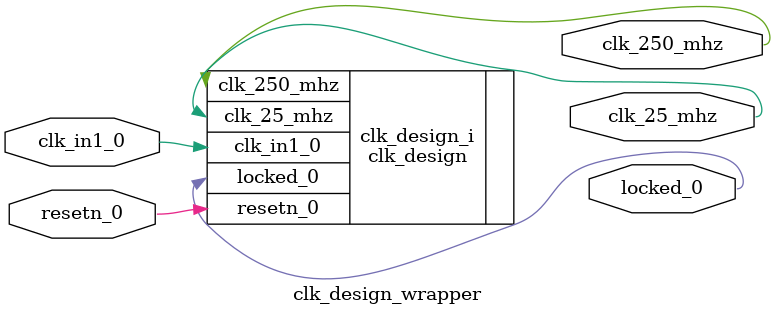
<source format=v>
`timescale 1 ps / 1 ps

module clk_design_wrapper
   (clk_250_mhz,
    clk_25_mhz,
    clk_in1_0,
    locked_0,
    resetn_0);
  output clk_250_mhz;
  output clk_25_mhz;
  input clk_in1_0;
  output locked_0;
  input resetn_0;

  wire clk_250_mhz;
  wire clk_25_mhz;
  wire clk_in1_0;
  wire locked_0;
  wire resetn_0;

  clk_design clk_design_i
       (.clk_250_mhz(clk_250_mhz),
        .clk_25_mhz(clk_25_mhz),
        .clk_in1_0(clk_in1_0),
        .locked_0(locked_0),
        .resetn_0(resetn_0));
endmodule

</source>
